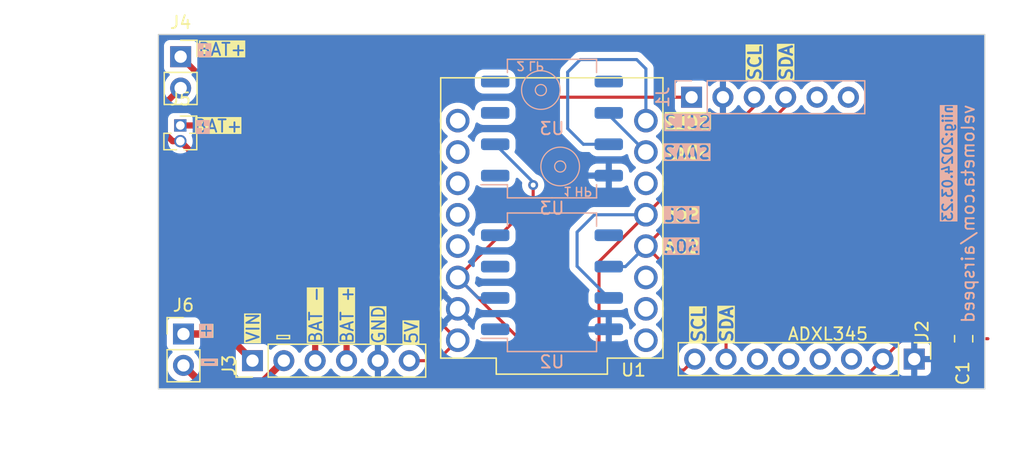
<source format=kicad_pcb>
(kicad_pcb (version 20221018) (generator pcbnew)
  (layers (0 "F.Cu" signal) (31 "B.Cu" signal) (34 "B.Paste" user) (35 "F.Paste" user) (36 "B.SilkS" user "B.Silkscreen") (37 "F.SilkS" user "F.Silkscreen") (38 "B.Mask" user) (39 "F.Mask" user) (44 "Edge.Cuts" user))
  (net 0 "")
  (net 7 "5V")
  (net 12 "SDA2")
  (net 13 "SCL2")
  (net 27 "SDA")
  (net 28 "SCL")
  (net 29 "3.3V")
  (net 30 "GND")
  (net 31 "VIN")
  (net 32 "VGND")
  (net 33 "BAT-")
  (net 34 "BAT+")
  (footprint "Connector_PinHeader_2.54mm:PinHeader_1x06_P2.54mm_Vertical" (layer "F.Cu") (at 114.681 76.962 90)
    (fp_text reference "J3" (at -0.381 -1.905 90) (layer "F.SilkS" knockout))
    (fp_text value "MH CD42")
    (fp_line (start -1.33 -1.33) (end 0 -1.33) (stroke (width 0.12)) (layer "F.SilkS"))
    (fp_line (start -1.33 0) (end -1.33 -1.33) (stroke (width 0.12)) (layer "F.SilkS"))
    (fp_line (start -1.33 1.27) (end -1.33 14.03) (stroke (width 0.12)) (layer "F.SilkS"))
    (fp_line (start -1.33 1.27) (end 1.33 1.27) (stroke (width 0.12)) (layer "F.SilkS"))
    (fp_line (start -1.33 14.03) (end 1.33 14.03) (stroke (width 0.12)) (layer "F.SilkS"))
    (fp_line (start 1.33 1.27) (end 1.33 14.03) (stroke (width 0.12)) (layer "F.SilkS"))
    (pad "1" thru_hole rect (at 0 0 90) (size 1.7 1.7) (drill 1) (layers "*.Cu" "*.Mask") (net 31 "VIN"))
    (pad "2" thru_hole oval (at 0 2.54 90) (size 1.7 1.7) (drill 1) (layers "*.Cu" "*.Mask") (net 32 "VGND"))
    (pad "3" thru_hole oval (at 0 5.08 90) (size 1.7 1.7) (drill 1) (layers "*.Cu" "*.Mask") (net 33 "BAT-"))
    (pad "4" thru_hole oval (at 0 7.62 90) (size 1.7 1.7) (drill 1) (layers "*.Cu" "*.Mask") (net 34 "BAT+"))
    (pad "5" thru_hole oval (at 0 10.16 90) (size 1.7 1.7) (drill 1) (layers "*.Cu" "*.Mask") (net 30 "GND"))
    (pad "6" thru_hole oval (at 0 12.7 90) (size 1.7 1.7) (drill 1) (layers "*.Cu" "*.Mask") (net 7 "5V"))
  )
  (footprint "Connector_PinSocket_2.54mm:PinSocket_1x02_P2.54mm_Vertical" (layer "F.Cu") (at 108.864 52.344)
    (fp_text reference "J4" (at 0 -2.77) (layer "F.SilkS"))
    (fp_text value "Battery")
    (fp_line (start -1.33 1.27) (end -1.33 3.87) (stroke (width 0.12)) (layer "F.SilkS"))
    (fp_line (start -1.33 1.27) (end 1.33 1.27) (stroke (width 0.12)) (layer "F.SilkS"))
    (fp_line (start -1.33 3.87) (end 1.33 3.87) (stroke (width 0.12)) (layer "F.SilkS"))
    (fp_line (start 0 -1.33) (end 1.33 -1.33) (stroke (width 0.12)) (layer "F.SilkS"))
    (fp_line (start 1.33 -1.33) (end 1.33 0) (stroke (width 0.12)) (layer "F.SilkS"))
    (fp_line (start 1.33 1.27) (end 1.33 3.87) (stroke (width 0.12)) (layer "F.SilkS"))
    (pad "1" thru_hole rect (at 0 0) (size 1.7 1.7) (drill 1) (layers "*.Cu" "*.Mask") (net 34 "BAT+"))
    (pad "2" thru_hole oval (at 0 2.54) (size 1.7 1.7) (drill 1) (layers "*.Cu" "*.Mask") (net 33 "BAT-"))
  )
  (footprint "Capacitor_SMD:C_0805_2012Metric" (layer "F.Cu") (at 172.278 75.184 90)
    (fp_text reference "C1" (at -2.794 -0.066 90) (layer "F.SilkS" knockout))
    (fp_text value "0.1uF")
    (fp_line (start -0.261252 -0.735) (end 0.261252 -0.735) (stroke (width 0.12)) (layer "F.SilkS"))
    (fp_line (start -0.261252 0.735) (end 0.261252 0.735) (stroke (width 0.12)) (layer "F.SilkS"))
    (pad "1" smd roundrect (at -0.95 0 90) (size 1 1.45) (layers "F.Cu" "F.Paste" "F.Mask") (net 30 "GND"))
    (pad "2" smd roundrect (at 0.95 0 90) (size 1 1.45) (layers "F.Cu" "F.Paste" "F.Mask") (net 29 "3.3V"))
  )
  (footprint "Connector_PinHeader_2.54mm:PinHeader_1x08_P2.54mm_Vertical" (layer "F.Cu") (at 168.275 76.835 -90)
    (fp_text reference "J2" (at -2.286 -0.635 90) (layer "F.SilkS" knockout))
    (fp_text value "ADXL345" (at -2.032 6.985 180) (layer "F.SilkS" knockout))
    (fp_line (start -1.33 -1.33) (end 0 -1.33) (stroke (width 0.12)) (layer "F.SilkS"))
    (fp_line (start -1.33 0) (end -1.33 -1.33) (stroke (width 0.12)) (layer "F.SilkS"))
    (fp_line (start -1.33 1.27) (end -1.33 19.11) (stroke (width 0.12)) (layer "F.SilkS"))
    (fp_line (start -1.33 1.27) (end 1.33 1.27) (stroke (width 0.12)) (layer "F.SilkS"))
    (fp_line (start -1.33 19.11) (end 1.33 19.11) (stroke (width 0.12)) (layer "F.SilkS"))
    (fp_line (start 1.33 1.27) (end 1.33 19.11) (stroke (width 0.12)) (layer "F.SilkS"))
    (pad "1" thru_hole rect (at 0 0 270) (size 1.7 1.7) (drill 1) (layers "*.Cu" "*.Mask") (net 30 "GND"))
    (pad "2" thru_hole oval (at 0 2.54 270) (size 1.7 1.7) (drill 1) (layers "*.Cu" "*.Mask") (net 29 "3.3V"))
    (pad "3" thru_hole oval (at 0 5.08 270) (size 1.7 1.7) (drill 1) (layers "*.Cu" "*.Mask"))
    (pad "4" thru_hole oval (at 0 7.62 270) (size 1.7 1.7) (drill 1) (layers "*.Cu" "*.Mask"))
    (pad "5" thru_hole oval (at 0 10.16 270) (size 1.7 1.7) (drill 1) (layers "*.Cu" "*.Mask"))
    (pad "6" thru_hole oval (at 0 12.7 270) (size 1.7 1.7) (drill 1) (layers "*.Cu" "*.Mask"))
    (pad "7" thru_hole oval (at 0 15.24 270) (size 1.7 1.7) (drill 1) (layers "*.Cu" "*.Mask") (net 27 "SDA"))
    (pad "8" thru_hole oval (at 0 17.78 270) (size 1.7 1.7) (drill 1) (layers "*.Cu" "*.Mask") (net 28 "SCL"))
  )
  (footprint "Connector_PinSocket_1.27mm:PinSocket_1x02_P1.27mm_Vertical" (layer "F.Cu") (at 108.839 57.912)
    (fp_text reference "J5" (at 0 -2.135) (layer "F.SilkS"))
    (fp_text value "Battery")
    (fp_line (start -1.33 0.635) (end -1.33 1.965) (stroke (width 0.12)) (layer "F.SilkS"))
    (fp_line (start -1.33 0.635) (end -0.76 0.635) (stroke (width 0.12)) (layer "F.SilkS"))
    (fp_line (start -1.33 1.965) (end -0.30753 1.965) (stroke (width 0.12)) (layer "F.SilkS"))
    (fp_line (start 0 -0.76) (end 1.33 -0.76) (stroke (width 0.12)) (layer "F.SilkS"))
    (fp_line (start 0.30753 1.965) (end 1.33 1.965) (stroke (width 0.12)) (layer "F.SilkS"))
    (fp_line (start 0.76 0.635) (end 1.33 0.635) (stroke (width 0.12)) (layer "F.SilkS"))
    (fp_line (start 1.33 -0.76) (end 1.33 0) (stroke (width 0.12)) (layer "F.SilkS"))
    (fp_line (start 1.33 0.635) (end 1.33 1.965) (stroke (width 0.12)) (layer "F.SilkS"))
    (pad "1" thru_hole rect (at 0 0) (size 1 1) (drill 0.7) (layers "*.Cu" "*.Mask") (net 34 "BAT+"))
    (pad "2" thru_hole oval (at 0 1.27) (size 1 1) (drill 0.7) (layers "*.Cu" "*.Mask") (net 33 "BAT-"))
  )
  (footprint "niig:MODULE_ESP32-C3_SUPERMINI" (layer "F.Cu") (at 138.924 65.404 180)
    (fp_text reference "U1" (at -6.618 -12.32) (layer "F.SilkS" knockout))
    (fp_text value "ESP32-C3_SUPERMINI")
    (fp_line (start -9 11.35) (end -9 -11.35) (stroke (width 0.127)) (layer "F.SilkS"))
    (fp_line (start -4.5 -12.65) (end -4.5 -11.35) (stroke (width 0.127)) (layer "F.SilkS"))
    (fp_line (start -4.5 -11.35) (end -9 -11.35) (stroke (width 0.127)) (layer "F.SilkS"))
    (fp_line (start 4.5 -12.65) (end -4.5 -12.65) (stroke (width 0.127)) (layer "F.SilkS"))
    (fp_line (start 4.5 -12.65) (end 4.5 -11.35) (stroke (width 0.127)) (layer "F.SilkS"))
    (fp_line (start 9 -11.35) (end 4.5 -11.35) (stroke (width 0.127)) (layer "F.SilkS"))
    (fp_line (start 9 11.35) (end -9 11.35) (stroke (width 0.127)) (layer "F.SilkS"))
    (fp_line (start 9 11.35) (end 9 -11.35) (stroke (width 0.127)) (layer "F.SilkS"))
    (pad "0" thru_hole circle (at 7.62 7.88 180) (size 1.905 1.905) (drill 1.27) (layers "*.Cu" "*.Mask"))
    (pad "1" thru_hole circle (at 7.62 5.34 180) (size 1.905 1.905) (drill 1.27) (layers "*.Cu" "*.Mask"))
    (pad "2" thru_hole circle (at 7.62 2.8 180) (size 1.905 1.905) (drill 1.27) (layers "*.Cu" "*.Mask"))
    (pad "3" thru_hole circle (at 7.62 0.26 180) (size 1.905 1.905) (drill 1.27) (layers "*.Cu" "*.Mask"))
    (pad "3.3" thru_hole circle (at 7.62 -4.82 180) (size 1.905 1.905) (drill 1.27) (layers "*.Cu" "*.Mask") (net 29 "3.3V"))
    (pad "4" thru_hole circle (at 7.62 -2.28 180) (size 1.905 1.905) (drill 1.27) (layers "*.Cu" "*.Mask"))
    (pad "5" thru_hole circle (at -7.62 -9.9 180) (size 1.905 1.905) (drill 1.27) (layers "*.Cu" "*.Mask"))
    (pad "5V" thru_hole circle (at 7.62 -9.9 180) (size 1.905 1.905) (drill 1.27) (layers "*.Cu" "*.Mask") (net 7 "5V"))
    (pad "6" thru_hole circle (at -7.62 -7.36 180) (size 1.905 1.905) (drill 1.27) (layers "*.Cu" "*.Mask"))
    (pad "7" thru_hole circle (at -7.62 -4.82 180) (size 1.905 1.905) (drill 1.27) (layers "*.Cu" "*.Mask"))
    (pad "8" thru_hole circle (at -7.62 -2.28 180) (size 1.905 1.905) (drill 1.27) (layers "*.Cu" "*.Mask") (net 27 "SDA"))
    (pad "9" thru_hole circle (at -7.62 0.26 180) (size 1.905 1.905) (drill 1.27) (layers "*.Cu" "*.Mask") (net 28 "SCL"))
    (pad "10" thru_hole circle (at -7.62 2.8 180) (size 1.905 1.905) (drill 1.27) (layers "*.Cu" "*.Mask"))
    (pad "20" thru_hole circle (at -7.62 5.34 180) (size 1.905 1.905) (drill 1.27) (layers "*.Cu" "*.Mask") (net 12 "SDA2"))
    (pad "21" thru_hole circle (at -7.62 7.88 180) (size 1.905 1.905) (drill 1.27) (layers "*.Cu" "*.Mask") (net 13 "SCL2"))
    (pad "G" thru_hole circle (at 7.62 -7.36 180) (size 1.905 1.905) (drill 1.27) (layers "*.Cu" "*.Mask") (net 30 "GND"))
  )
  (footprint "Connector_PinHeader_2.54mm:PinHeader_1x02_P2.54mm_Vertical" (layer "F.Cu") (at 109.093 74.803)
    (fp_text reference "J6" (at 0 -2.33) (layer "F.SilkS" knockout))
    (fp_text value "Power In")
    (fp_line (start -1.33 -1.33) (end 0 -1.33) (stroke (width 0.12)) (layer "F.SilkS"))
    (fp_line (start -1.33 0) (end -1.33 -1.33) (stroke (width 0.12)) (layer "F.SilkS"))
    (fp_line (start -1.33 1.27) (end -1.33 3.87) (stroke (width 0.12)) (layer "F.SilkS"))
    (fp_line (start -1.33 1.27) (end 1.33 1.27) (stroke (width 0.12)) (layer "F.SilkS"))
    (fp_line (start -1.33 3.87) (end 1.33 3.87) (stroke (width 0.12)) (layer "F.SilkS"))
    (fp_line (start 1.33 1.27) (end 1.33 3.87) (stroke (width 0.12)) (layer "F.SilkS"))
    (pad "1" thru_hole rect (at 0 0) (size 1.7 1.7) (drill 1) (layers "*.Cu" "*.Mask") (net 31 "VIN"))
    (pad "2" thru_hole oval (at 0 2.54) (size 1.7 1.7) (drill 1) (layers "*.Cu" "*.Mask") (net 32 "VGND"))
  )
  (footprint "niig:CFSensor_XGZP6897x" (layer "B.Cu") (at 138.938 58.166)
    (fp_text reference "U3" (at 0 6.45 180) (layer "B.SilkS") (effects (justify mirror)))
    (fp_text value "XGZP6897D_2")
    (fp_text user "LP" (at -1.27 -5.08 180 unlocked) (layer "B.SilkS") (effects (font (size 0.7 0.7) (thickness 0.12) bold) (justify mirror)))
    (fp_text user "${REFERENCE}" (at 0 0 180) (layer "B.SilkS") (effects (justify mirror)))
    (fp_text user "2" (at -2.54 -5.08 -180 unlocked) (layer "B.SilkS") (effects (font (size 0.7 0.7) (thickness 0.12) bold) (justify mirror)))
    (fp_text user "1" (at 1.27 5.08 -180 unlocked) (layer "B.SilkS") (effects (font (size 0.7 0.7) (thickness 0.12) bold) (justify mirror)))
    (fp_text user "HP" (at 2.54 5.08 180 unlocked) (layer "B.SilkS") (effects (font (size 0.7 0.7) (thickness 0.12) bold) (justify mirror)))
    (fp_line (start -3.61 -5.61) (end -3.61 -4.545) (stroke (width 0.12)) (layer "B.SilkS"))
    (fp_line (start -3.61 4.545) (end -5.75 4.545) (stroke (width 0.12)) (layer "B.SilkS"))
    (fp_line (start -3.61 5.61) (end -3.61 4.545) (stroke (width 0.12)) (layer "B.SilkS"))
    (fp_line (start 0 -5.61) (end -3.61 -5.61) (stroke (width 0.12)) (layer "B.SilkS"))
    (fp_line (start 0 -5.61) (end 3.61 -5.61) (stroke (width 0.12)) (layer "B.SilkS"))
    (fp_line (start 0 5.61) (end -3.61 5.61) (stroke (width 0.12)) (layer "B.SilkS"))
    (fp_line (start 0 5.61) (end 3.61 5.61) (stroke (width 0.12)) (layer "B.SilkS"))
    (fp_line (start 3.61 -5.61) (end 3.61 -4.545) (stroke (width 0.12)) (layer "B.SilkS"))
    (fp_line (start 3.61 5.61) (end 3.61 4.545) (stroke (width 0.12)) (layer "B.SilkS"))
    (fp_circle (center -0.9 -3.12) (end -0.45 -3.12) (stroke (width 0.1)) (fill none) (layer "B.SilkS"))
    (fp_circle (center -0.9 -3.12) (end 0.665 -3.12) (stroke (width 0.1)) (fill none) (layer "B.SilkS"))
    (fp_circle (center 0.665 3.07) (end 1.115 3.07) (stroke (width 0.1)) (fill none) (layer "B.SilkS"))
    (fp_circle (center 0.665 3.07) (end 2.23 3.07) (stroke (width 0.1)) (fill none) (layer "B.SilkS"))
    (pad "1" smd roundrect (at -4.6 3.81) (size 2.3 0.95) (layers "B.Cu" "B.Paste" "B.Mask"))
    (pad "2" smd roundrect (at -4.6 1.27) (size 2.3 0.95) (layers "B.Cu" "B.Paste" "B.Mask") (net 29 "3.3V"))
    (pad "3" smd roundrect (at -4.6 -1.27) (size 2.3 0.95) (layers "B.Cu" "B.Paste" "B.Mask"))
    (pad "4" smd roundrect (at -4.6 -3.81) (size 2.3 0.95) (layers "B.Cu" "B.Paste" "B.Mask"))
    (pad "5" smd roundrect (at 4.6 -3.81) (size 2.3 0.95) (layers "B.Cu" "B.Paste" "B.Mask"))
    (pad "6" smd roundrect (at 4.6 -1.27) (size 2.3 0.95) (layers "B.Cu" "B.Paste" "B.Mask") (net 12 "SDA2"))
    (pad "7" smd roundrect (at 4.6 1.27) (size 2.3 0.95) (layers "B.Cu" "B.Paste" "B.Mask") (net 13 "SCL2"))
    (pad "8" smd roundrect (at 4.6 3.81) (size 2.3 0.95) (layers "B.Cu" "B.Paste" "B.Mask") (net 30 "GND"))
  )
  (footprint "Connector_PinHeader_2.54mm:PinHeader_1x06_P2.54mm_Vertical" (layer "B.Cu") (at 150.241 55.626 -90)
    (fp_text reference "J1" (at 0 2.33 -270) (layer "B.SilkS") (effects (justify mirror)))
    (fp_text value "BME280")
    (fp_line (start -1.33 -14.03) (end 1.33 -14.03) (stroke (width 0.12)) (layer "B.SilkS"))
    (fp_line (start -1.33 -1.27) (end -1.33 -14.03) (stroke (width 0.12)) (layer "B.SilkS"))
    (fp_line (start -1.33 -1.27) (end 1.33 -1.27) (stroke (width 0.12)) (layer "B.SilkS"))
    (fp_line (start -1.33 0) (end -1.33 1.33) (stroke (width 0.12)) (layer "B.SilkS"))
    (fp_line (start -1.33 1.33) (end 0 1.33) (stroke (width 0.12)) (layer "B.SilkS"))
    (fp_line (start 1.33 -1.27) (end 1.33 -14.03) (stroke (width 0.12)) (layer "B.SilkS"))
    (pad "1" thru_hole rect (at 0 0 270) (size 1.7 1.7) (drill 1) (layers "*.Cu" "*.Mask") (net 7 "5V"))
    (pad "2" thru_hole oval (at 0 -2.54 270) (size 1.7 1.7) (drill 1) (layers "*.Cu" "*.Mask") (net 30 "GND"))
    (pad "3" thru_hole oval (at 0 -5.08 270) (size 1.7 1.7) (drill 1) (layers "*.Cu" "*.Mask") (net 28 "SCL"))
    (pad "4" thru_hole oval (at 0 -7.62 270) (size 1.7 1.7) (drill 1) (layers "*.Cu" "*.Mask") (net 27 "SDA"))
    (pad "5" thru_hole oval (at 0 -10.16 270) (size 1.7 1.7) (drill 1) (layers "*.Cu" "*.Mask"))
    (pad "6" thru_hole oval (at 0 -12.7 270) (size 1.7 1.7) (drill 1) (layers "*.Cu" "*.Mask"))
  )
  (footprint "niig:CFSensor_XGZP6897x" (layer "B.Cu") (at 138.938 70.612)
    (fp_text reference "U2" (at 0 6.45) (layer "B.SilkS") (effects (justify mirror)))
    (fp_text value "XGZP6897D_1")
    (fp_line (start -3.61 -5.61) (end -3.61 -4.545) (stroke (width 0.12)) (layer "B.SilkS"))
    (fp_line (start -3.61 4.545) (end -5.75 4.545) (stroke (width 0.12)) (layer "B.SilkS"))
    (fp_line (start -3.61 5.61) (end -3.61 4.545) (stroke (width 0.12)) (layer "B.SilkS"))
    (fp_line (start 0 -5.61) (end -3.61 -5.61) (stroke (width 0.12)) (layer "B.SilkS"))
    (fp_line (start 0 -5.61) (end 3.61 -5.61) (stroke (width 0.12)) (layer "B.SilkS"))
    (fp_line (start 0 5.61) (end -3.61 5.61) (stroke (width 0.12)) (layer "B.SilkS"))
    (fp_line (start 0 5.61) (end 3.61 5.61) (stroke (width 0.12)) (layer "B.SilkS"))
    (fp_line (start 3.61 -5.61) (end 3.61 -4.545) (stroke (width 0.12)) (layer "B.SilkS"))
    (fp_line (start 3.61 5.61) (end 3.61 4.545) (stroke (width 0.12)) (layer "B.SilkS"))
    (pad "1" smd roundrect (at -4.6 3.81) (size 2.3 0.95) (layers "B.Cu" "B.Paste" "B.Mask"))
    (pad "2" smd roundrect (at -4.6 1.27) (size 2.3 0.95) (layers "B.Cu" "B.Paste" "B.Mask") (net 29 "3.3V"))
    (pad "3" smd roundrect (at -4.6 -1.27) (size 2.3 0.95) (layers "B.Cu" "B.Paste" "B.Mask"))
    (pad "4" smd roundrect (at -4.6 -3.81) (size 2.3 0.95) (layers "B.Cu" "B.Paste" "B.Mask"))
    (pad "5" smd roundrect (at 4.6 -3.81) (size 2.3 0.95) (layers "B.Cu" "B.Paste" "B.Mask"))
    (pad "6" smd roundrect (at 4.6 -1.27) (size 2.3 0.95) (layers "B.Cu" "B.Paste" "B.Mask") (net 27 "SDA"))
    (pad "7" smd roundrect (at 4.6 1.27) (size 2.3 0.95) (layers "B.Cu" "B.Paste" "B.Mask") (net 28 "SCL"))
    (pad "8" smd roundrect (at 4.6 3.81) (size 2.3 0.95) (layers "B.Cu" "B.Paste" "B.Mask") (net 30 "GND"))
  )
  (gr_rect (start 107.061 50.546) (end 173.99 79.248) (stroke (width 0.1)) (fill none) (layer "Edge.Cuts"))
  (gr_text "niig:2024.03.23" (at 171.45 56.134 90) (layer "B.SilkS" knockout) (effects (font (size 0.8 0.8)) (justify left bottom mirror)))
  (gr_text "SCL2" (at 151.892 58.293) (layer "B.SilkS" knockout) (effects (font (size 1 1) (thickness 0.2) bold) (justify left bottom mirror)))
  (gr_text "SDA" (at 151.003 68.326) (layer "B.SilkS" knockout) (effects (font (size 1 1) (thickness 0.2) bold) (justify left bottom mirror)))
  (gr_text "velometa.com/airspeed \n" (at 173.228 56.134 90) (layer "B.SilkS") (effects (font (size 1 1)) (justify left bottom mirror)))
  (gr_text "+" (at 111.633 75.057) (layer "B.SilkS" knockout) (effects (font (size 1 1)) (justify left bottom mirror)))
  (gr_text "-" (at 111.887 78.105) (layer "B.SilkS" knockout) (effects (font (size 2 1)) (justify left bottom mirror)))
  (gr_text "SCL" (at 151.003 65.786) (layer "B.SilkS" knockout) (effects (font (size 1 1) (thickness 0.2) bold) (justify left bottom mirror)))
  (gr_text "SDA2" (at 151.892 60.706) (layer "B.SilkS" knockout) (effects (font (size 1 1) (thickness 0.2) bold) (justify left bottom mirror)))
  (gr_text "+" (at 111.506 52.324) (layer "B.SilkS" knockout) (effects (font (size 1 1)) (justify left bottom mirror)))
  (gr_text "+" (at 111.379 58.547) (layer "B.SilkS" knockout) (effects (font (size 1 1)) (justify left bottom mirror)))
  (gr_text "SCL" (at 147.828 65.786) (layer "F.SilkS" knockout) (effects (font (size 1 1) (thickness 0.2) bold) (justify left bottom)))
  (gr_text "SDA2" (at 147.828 60.706) (layer "F.SilkS" knockout) (effects (font (size 1 1) (thickness 0.2) bold) (justify left bottom)))
  (gr_text "SDA" (at 153.67 75.565 90) (layer "F.SilkS" knockout) (effects (font (size 1 1) (thickness 0.2) bold) (justify left bottom)))
  (gr_text "-" (at 116.459 75.565) (layer "F.SilkS" knockout) (effects (font (size 1 1)) (justify left bottom)))
  (gr_text "SCL" (at 151.384 75.565 90) (layer "F.SilkS" knockout) (effects (font (size 1 1) (thickness 0.2) bold) (justify left bottom)))
  (gr_text "BAT -" (at 120.396 75.692 90) (layer "F.SilkS" knockout) (effects (font (size 1 1)) (justify left bottom)))
  (gr_text "SCL2" (at 147.955 58.166) (layer "F.SilkS" knockout) (effects (font (size 1 1) (thickness 0.2) bold) (justify left bottom)))
  (gr_text "5V" (at 128.143 75.692 90) (layer "F.SilkS" knockout) (effects (font (size 1 1)) (justify left bottom)))
  (gr_text "BAT+" (at 110.194 52.344) (layer "F.SilkS" knockout) (effects (font (size 1 1)) (justify left bottom)))
  (gr_text "BAT +" (at 122.936 75.692 90) (layer "F.SilkS" knockout) (effects (font (size 1 1)) (justify left bottom)))
  (gr_text "SCL" (at 155.956 54.356 90) (layer "F.SilkS" knockout) (effects (font (size 1 1) (thickness 0.2) bold) (justify left bottom)))
  (gr_text "-" (at 110.49 78.105) (layer "F.SilkS" knockout) (effects (font (size 2 1)) (justify left bottom)))
  (gr_text "VIN" (at 115.316 75.565 90) (layer "F.SilkS" knockout) (effects (font (size 1 1)) (justify left bottom)))
  (gr_text "GND" (at 125.476 75.692 90) (layer "F.SilkS" knockout) (effects (font (size 1 1)) (justify left bottom)))
  (gr_text "SDA" (at 158.496 54.356 90) (layer "F.SilkS" knockout) (effects (font (size 1 1) (thickness 0.2) bold) (justify left bottom)))
  (gr_text "SDA" (at 147.828 68.326) (layer "F.SilkS" knockout) (effects (font (size 1 1) (thickness 0.2) bold) (justify left bottom)))
  (gr_text "BAT+" (at 109.884 58.547) (layer "F.SilkS" knockout) (effects (font (size 1 1)) (justify left bottom)))
  (gr_text "+" (at 110.236 75.057) (layer "F.SilkS" knockout) (effects (font (size 1 1)) (justify left bottom)))
  (segment (start 174.244 75.184) (end 174.115 75.184) (width 0.25) (layer "F.Cu") (net 0))
  (segment (start 128.778 57.658) (end 128.778 72.778) (width 0.25) (layer "F.Cu") (net 7))
  (segment (start 130.81 55.626) (end 128.778 57.658) (width 0.25) (layer "F.Cu") (net 7))
  (segment (start 129.646 76.962) (end 131.304 75.304) (width 0.25) (layer "F.Cu") (net 7))
  (segment (start 128.778 72.778) (end 131.304 75.304) (width 0.25) (layer "F.Cu") (net 7))
  (segment (start 127.381 76.962) (end 129.646 76.962) (width 0.25) (layer "F.Cu") (net 7))
  (segment (start 150.241 55.626) (end 130.81 55.626) (width 0.25) (layer "F.Cu") (net 7))
  (segment (start 143.538 56.896) (end 143.538 57.058) (width 0.25) (layer "B.Cu") (net 12))
  (segment (start 143.538 57.058) (end 146.544 60.064) (width 0.25) (layer "B.Cu") (net 12))
  (segment (start 146.544 53.326) (end 146.544 57.524) (width 0.25) (layer "B.Cu") (net 13))
  (segment (start 140.208 53.594) (end 141.224 52.578) (width 0.25) (layer "B.Cu") (net 13))
  (segment (start 143.538 59.436) (end 141.478 59.436) (width 0.25) (layer "B.Cu") (net 13))
  (segment (start 145.796 52.578) (end 146.544 53.326) (width 0.25) (layer "B.Cu") (net 13))
  (segment (start 140.208 58.166) (end 140.208 53.594) (width 0.25) (layer "B.Cu") (net 13))
  (segment (start 141.224 52.578) (end 145.796 52.578) (width 0.25) (layer "B.Cu") (net 13))
  (segment (start 141.478 59.436) (end 140.208 58.166) (width 0.25) (layer "B.Cu") (net 13))
  (segment (start 153.035 74.175) (end 146.544 67.684) (width 0.25) (layer "F.Cu") (net 27))
  (segment (start 153.035 76.835) (end 153.035 74.175) (width 0.25) (layer "F.Cu") (net 27))
  (segment (start 157.861 55.626) (end 157.861 56.367) (width 0.25) (layer "F.Cu") (net 27))
  (segment (start 157.861 56.367) (end 146.544 67.684) (width 0.25) (layer "F.Cu") (net 27))
  (segment (start 143.538 69.342) (end 144.886 69.342) (width 0.25) (layer "B.Cu") (net 27))
  (segment (start 144.886 69.342) (end 146.544 67.684) (width 0.25) (layer "B.Cu") (net 27))
  (segment (start 155.321 55.626) (end 155.321 56.367) (width 0.25) (layer "F.Cu") (net 28))
  (segment (start 150.495 76.835) (end 149.606 77.724) (width 0.25) (layer "F.Cu") (net 28))
  (segment (start 144.272 77.724) (end 142.748 76.2) (width 0.25) (layer "F.Cu") (net 28))
  (segment (start 155.321 56.367) (end 146.544 65.144) (width 0.25) (layer "F.Cu") (net 28))
  (segment (start 142.748 68.94) (end 146.544 65.144) (width 0.25) (layer "F.Cu") (net 28))
  (segment (start 149.606 77.724) (end 144.272 77.724) (width 0.25) (layer "F.Cu") (net 28))
  (segment (start 142.748 76.2) (end 142.748 68.94) (width 0.25) (layer "F.Cu") (net 28))
  (segment (start 140.97 66.548) (end 142.374 65.144) (width 0.25) (layer "B.Cu") (net 28))
  (segment (start 142.374 65.144) (end 146.544 65.144) (width 0.25) (layer "B.Cu") (net 28))
  (segment (start 140.97 69.314) (end 140.97 66.548) (width 0.25) (layer "B.Cu") (net 28))
  (segment (start 143.538 71.882) (end 140.97 69.314) (width 0.25) (layer "B.Cu") (net 28))
  (segment (start 139.566 78.486) (end 131.304 70.224) (width 0.25) (layer "F.Cu") (net 29))
  (segment (start 131.304 70.224) (end 137.414 64.114) (width 0.25) (layer "F.Cu") (net 29))
  (segment (start 165.735 76.835) (end 168.336 74.234) (width 0.25) (layer "F.Cu") (net 29))
  (segment (start 137.414 64.114) (end 137.414 62.738) (width 0.25) (layer "F.Cu") (net 29))
  (segment (start 168.336 74.234) (end 172.278 74.234) (width 0.25) (layer "F.Cu") (net 29))
  (segment (start 165.735 76.835) (end 164.084 78.486) (width 0.25) (layer "F.Cu") (net 29))
  (segment (start 164.084 78.486) (end 139.566 78.486) (width 0.25) (layer "F.Cu") (net 29))
  (via (at 137.414 62.738) (size 0.8) (drill 0.4) (layers "F.Cu" "B.Cu") (net 29))
  (segment (start 132.962 71.882) (end 131.304 70.224) (width 0.25) (layer "B.Cu") (net 29))
  (segment (start 134.338 59.436) (end 137.414 62.512) (width 0.25) (layer "B.Cu") (net 29))
  (segment (start 134.338 71.882) (end 132.962 71.882) (width 0.25) (layer "B.Cu") (net 29))
  (segment (start 137.414 62.512) (end 137.414 62.738) (width 0.25) (layer "B.Cu") (net 29))
  (segment (start 171.577 76.835) (end 172.278 76.134) (width 0.25) (layer "F.Cu") (net 30))
  (segment (start 168.275 76.835) (end 171.577 76.835) (width 0.25) (layer "F.Cu") (net 30))
  (segment (start 109.093 74.803) (end 112.522 74.803) (width 0.6) (layer "F.Cu") (net 31))
  (segment (start 112.522 74.803) (end 114.681 76.962) (width 0.6) (layer "F.Cu") (net 31))
  (segment (start 115.57 78.613) (end 117.221 76.962) (width 0.6) (layer "F.Cu") (net 32))
  (segment (start 109.093 77.343) (end 110.363 78.613) (width 0.6) (layer "F.Cu") (net 32))
  (segment (start 110.363 78.613) (end 115.57 78.613) (width 0.6) (layer "F.Cu") (net 32))
  (segment (start 108.864 54.884) (end 107.569 56.179) (width 0.5) (layer "F.Cu") (net 33))
  (segment (start 108.509 59.182) (end 108.839 59.182) (width 0.2) (layer "F.Cu") (net 33))
  (segment (start 107.569 56.179) (end 107.569 58.542) (width 0.5) (layer "F.Cu") (net 33))
  (segment (start 108.839 59.182) (end 119.761 70.104) (width 0.5) (layer "F.Cu") (net 33))
  (segment (start 119.761 70.104) (end 119.761 76.962) (width 0.5) (layer "F.Cu") (net 33))
  (segment (start 108.209 59.182) (end 108.509 59.182) (width 0.5) (layer "F.Cu") (net 33))
  (segment (start 107.569 58.542) (end 108.209 59.182) (width 0.5) (layer "F.Cu") (net 33))
  (segment (start 122.301 69.342) (end 122.301 71.374) (width 0.5) (layer "F.Cu") (net 34))
  (segment (start 121.92 76.962) (end 122.301 76.962) (width 0.2) (layer "F.Cu") (net 34))
  (segment (start 122.301 71.374) (end 122.301 76.962) (width 0.2) (layer "F.Cu") (net 34))
  (segment (start 108.864 52.344) (end 122.301 65.781) (width 0.5) (layer "F.Cu") (net 34))
  (segment (start 110.871 57.912) (end 122.301 69.342) (width 0.5) (layer "F.Cu") (net 34))
  (segment (start 122.301 65.781) (end 122.301 76.962) (width 0.5) (layer "F.Cu") (net 34))
  (segment (start 108.839 57.912) (end 110.871 57.912) (width 0.5) (layer "F.Cu") (net 34))
  (zone (net 30) (net_name "GND") (layer "B.Cu") (connect_pads (clearance 0.5)) (min_thickness 0.25) (fill yes (thermal_gap 0.5) (thermal_bridge_width 0.5))
    (polygon (pts (xy 177.165 47.752) (xy 177.165 84.582) (xy 94.234 81.661) (xy 94.615 48.387)))
  )
)
</source>
